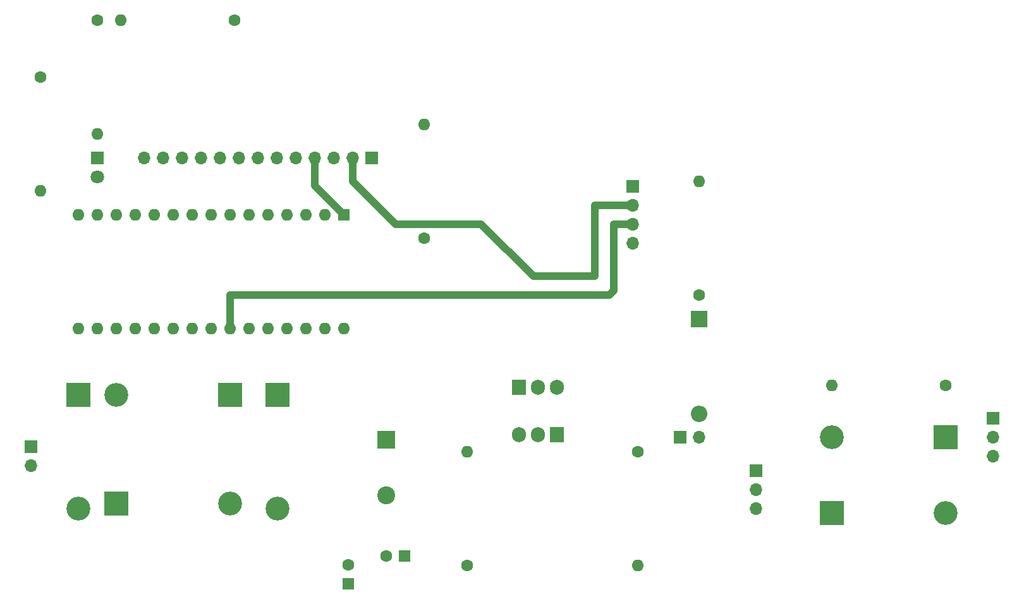
<source format=gbr>
%TF.GenerationSoftware,KiCad,Pcbnew,(6.0.5)*%
%TF.CreationDate,2022-12-29T23:16:15-04:00*%
%TF.ProjectId,Alimentation project,416c696d-656e-4746-9174-696f6e207072,rev?*%
%TF.SameCoordinates,Original*%
%TF.FileFunction,Copper,L2,Bot*%
%TF.FilePolarity,Positive*%
%FSLAX46Y46*%
G04 Gerber Fmt 4.6, Leading zero omitted, Abs format (unit mm)*
G04 Created by KiCad (PCBNEW (6.0.5)) date 2022-12-29 23:16:15*
%MOMM*%
%LPD*%
G01*
G04 APERTURE LIST*
%TA.AperFunction,ComponentPad*%
%ADD10R,1.700000X1.700000*%
%TD*%
%TA.AperFunction,ComponentPad*%
%ADD11O,1.700000X1.700000*%
%TD*%
%TA.AperFunction,ComponentPad*%
%ADD12R,1.905000X2.000000*%
%TD*%
%TA.AperFunction,ComponentPad*%
%ADD13O,1.905000X2.000000*%
%TD*%
%TA.AperFunction,ComponentPad*%
%ADD14R,3.200000X3.200000*%
%TD*%
%TA.AperFunction,ComponentPad*%
%ADD15O,3.200000X3.200000*%
%TD*%
%TA.AperFunction,ComponentPad*%
%ADD16C,1.600000*%
%TD*%
%TA.AperFunction,ComponentPad*%
%ADD17O,1.600000X1.600000*%
%TD*%
%TA.AperFunction,ComponentPad*%
%ADD18R,2.200000X2.200000*%
%TD*%
%TA.AperFunction,ComponentPad*%
%ADD19O,2.200000X2.200000*%
%TD*%
%TA.AperFunction,ComponentPad*%
%ADD20R,2.400000X2.400000*%
%TD*%
%TA.AperFunction,ComponentPad*%
%ADD21C,2.400000*%
%TD*%
%TA.AperFunction,ComponentPad*%
%ADD22R,1.600000X1.600000*%
%TD*%
%TA.AperFunction,ComponentPad*%
%ADD23R,1.800000X1.800000*%
%TD*%
%TA.AperFunction,ComponentPad*%
%ADD24C,1.800000*%
%TD*%
%TA.AperFunction,Conductor*%
%ADD25C,1.000000*%
%TD*%
G04 APERTURE END LIST*
D10*
%TO.P,MES1,1,-*%
%TO.N,Net-(C3-Pad1)*%
X128270000Y-107950000D03*
D11*
%TO.P,MES1,2,+*%
%TO.N,Net-(D5-Pad2)*%
X130810000Y-107950000D03*
%TD*%
D10*
%TO.P,REF\u002A\u002A,1*%
%TO.N,Screen GND*%
X121920000Y-74295000D03*
D11*
%TO.P,REF\u002A\u002A,2*%
%TO.N,Screen Vcc*%
X121920000Y-76835000D03*
%TO.P,REF\u002A\u002A,3*%
%TO.N,Screen SCK*%
X121920000Y-79375000D03*
%TO.P,REF\u002A\u002A,4*%
%TO.N,Screen SDA*%
X121920000Y-81915000D03*
%TD*%
D12*
%TO.P,U1,1,IN*%
%TO.N,Net-(C1-Pad1)*%
X106680000Y-101275000D03*
D13*
%TO.P,U1,2,GND*%
%TO.N,Screen GND*%
X109220000Y-101275000D03*
%TO.P,U1,3,OUT*%
%TO.N,Screen Vcc*%
X111760000Y-101275000D03*
%TD*%
D10*
%TO.P,RV1,1,1*%
%TO.N,Net-(R2-Pad1)*%
X138430000Y-112410000D03*
D11*
%TO.P,RV1,2,2*%
%TO.N,Screen GND*%
X138430000Y-114950000D03*
%TO.P,RV1,3,3*%
X138430000Y-117490000D03*
%TD*%
D14*
%TO.P,D3,1,K*%
%TO.N,Transfor2*%
X52705000Y-116840000D03*
D15*
%TO.P,D3,2,A*%
%TO.N,Screen GND*%
X67945000Y-116840000D03*
%TD*%
D16*
%TO.P,R3,1*%
%TO.N,Net-(R3-Pad1)*%
X130810000Y-88900000D03*
D17*
%TO.P,R3,2*%
%TO.N,Net-(R3-Pad2)*%
X130810000Y-73660000D03*
%TD*%
D16*
%TO.P,R1,1*%
%TO.N,Net-(R1-Pad1)*%
X99695000Y-125095000D03*
D17*
%TO.P,R1,2*%
%TO.N,Net-(C3-Pad1)*%
X99695000Y-109855000D03*
%TD*%
D18*
%TO.P,D7,1,K*%
%TO.N,Net-(R3-Pad1)*%
X130810000Y-92075000D03*
D19*
%TO.P,D7,2,A*%
%TO.N,Net-(D5-Pad2)*%
X130810000Y-104775000D03*
%TD*%
D10*
%TO.P,REF\u002A\u002A,1*%
%TO.N,Screen GND*%
X86980000Y-70485000D03*
D11*
%TO.P,REF\u002A\u002A,2*%
%TO.N,Screen Vcc*%
X84440000Y-70485000D03*
%TO.P,REF\u002A\u002A,3*%
%TO.N,Display_0*%
X81900000Y-70485000D03*
%TO.P,REF\u002A\u002A,4*%
%TO.N,Display_1*%
X79360000Y-70485000D03*
%TO.P,REF\u002A\u002A,5*%
%TO.N,Display_2*%
X76820000Y-70485000D03*
%TO.P,REF\u002A\u002A,6*%
%TO.N,Display_3*%
X74280000Y-70485000D03*
%TO.P,REF\u002A\u002A,7*%
%TO.N,Display_4*%
X71740000Y-70485000D03*
%TO.P,REF\u002A\u002A,8*%
%TO.N,Display_5*%
X69200000Y-70485000D03*
%TO.P,REF\u002A\u002A,9*%
%TO.N,Display_6*%
X66660000Y-70485000D03*
%TO.P,REF\u002A\u002A,10*%
%TO.N,Display_7*%
X64120000Y-70485000D03*
%TO.P,REF\u002A\u002A,11*%
%TO.N,Display_8*%
X61580000Y-70485000D03*
%TO.P,REF\u002A\u002A,12*%
%TO.N,Display_9*%
X59040000Y-70485000D03*
%TO.P,REF\u002A\u002A,13*%
%TO.N,Display_10*%
X56500000Y-70485000D03*
%TD*%
D20*
%TO.P,C1,1*%
%TO.N,Net-(C1-Pad1)*%
X88900000Y-108247246D03*
D21*
%TO.P,C1,2*%
%TO.N,Screen GND*%
X88900000Y-115747246D03*
%TD*%
D16*
%TO.P,R8,1*%
%TO.N,Net-(A1-Pad20)*%
X50165000Y-52070000D03*
D17*
%TO.P,R8,2*%
%TO.N,Screen GND*%
X50165000Y-67310000D03*
%TD*%
D12*
%TO.P,U2,1,ADJ*%
%TO.N,Net-(R2-Pad1)*%
X111760000Y-107625000D03*
D13*
%TO.P,U2,2,VO*%
%TO.N,Net-(C3-Pad1)*%
X109220000Y-107625000D03*
%TO.P,U2,3,VI*%
%TO.N,Net-(C1-Pad1)*%
X106680000Y-107625000D03*
%TD*%
D22*
%TO.P,C2,1*%
%TO.N,Net-(C1-Pad1)*%
X91375113Y-123825000D03*
D16*
%TO.P,C2,2*%
%TO.N,Screen GND*%
X88875113Y-123825000D03*
%TD*%
D14*
%TO.P,D1,1,K*%
%TO.N,Transfor1*%
X47625000Y-102235000D03*
D15*
%TO.P,D1,2,A*%
%TO.N,Screen GND*%
X47625000Y-117475000D03*
%TD*%
D22*
%TO.P,C3,1*%
%TO.N,Net-(C3-Pad1)*%
X83820000Y-127570113D03*
D16*
%TO.P,C3,2*%
%TO.N,Screen GND*%
X83820000Y-125070113D03*
%TD*%
D22*
%TO.P,A1,1,D1/TX*%
%TO.N,Display_1*%
X83185000Y-78115000D03*
D17*
%TO.P,A1,2,D0/RX*%
%TO.N,Display_0*%
X80645000Y-78115000D03*
%TO.P,A1,3,~{RESET}*%
%TO.N,unconnected-(A1-Pad3)*%
X78105000Y-78115000D03*
%TO.P,A1,4,GND*%
%TO.N,Screen GND*%
X75565000Y-78115000D03*
%TO.P,A1,5,D2*%
%TO.N,Display_2*%
X73025000Y-78115000D03*
%TO.P,A1,6,D3*%
%TO.N,Display_3*%
X70485000Y-78115000D03*
%TO.P,A1,7,D4*%
%TO.N,Display_4*%
X67945000Y-78115000D03*
%TO.P,A1,8,D5*%
%TO.N,Display_5*%
X65405000Y-78115000D03*
%TO.P,A1,9,D6*%
%TO.N,Display_6*%
X62865000Y-78115000D03*
%TO.P,A1,10,D7*%
%TO.N,Display_7*%
X60325000Y-78115000D03*
%TO.P,A1,11,D8*%
%TO.N,Display_8*%
X57785000Y-78115000D03*
%TO.P,A1,12,D9*%
%TO.N,Display_9*%
X55245000Y-78115000D03*
%TO.P,A1,13,D10*%
%TO.N,Display_10*%
X52705000Y-78115000D03*
%TO.P,A1,14,D11*%
%TO.N,Net-(A1-Pad14)*%
X50165000Y-78115000D03*
%TO.P,A1,15,D12*%
%TO.N,unconnected-(A1-Pad15)*%
X47625000Y-78115000D03*
%TO.P,A1,16,D13*%
%TO.N,unconnected-(A1-Pad16)*%
X47625000Y-93355000D03*
%TO.P,A1,17,3V3*%
%TO.N,unconnected-(A1-Pad17)*%
X50165000Y-93355000D03*
%TO.P,A1,18,AREF*%
%TO.N,unconnected-(A1-Pad18)*%
X52705000Y-93355000D03*
%TO.P,A1,19,A0*%
%TO.N,Net-(A1-Pad19)*%
X55245000Y-93355000D03*
%TO.P,A1,20,A1*%
%TO.N,Net-(A1-Pad20)*%
X57785000Y-93355000D03*
%TO.P,A1,21,A2*%
%TO.N,unconnected-(A1-Pad21)*%
X60325000Y-93355000D03*
%TO.P,A1,22,A3*%
%TO.N,unconnected-(A1-Pad22)*%
X62865000Y-93355000D03*
%TO.P,A1,23,A4*%
%TO.N,Screen SDA*%
X65405000Y-93355000D03*
%TO.P,A1,24,A5*%
%TO.N,Screen SCK*%
X67945000Y-93355000D03*
%TO.P,A1,25,A6*%
%TO.N,unconnected-(A1-Pad25)*%
X70485000Y-93355000D03*
%TO.P,A1,26,A7*%
%TO.N,unconnected-(A1-Pad26)*%
X73025000Y-93355000D03*
%TO.P,A1,27,+5V*%
%TO.N,unconnected-(A1-Pad27)*%
X75565000Y-93355000D03*
%TO.P,A1,28,~{RESET}*%
%TO.N,unconnected-(A1-Pad28)*%
X78105000Y-93355000D03*
%TO.P,A1,29,GND*%
%TO.N,Screen GND*%
X80645000Y-93355000D03*
%TO.P,A1,30,VIN*%
%TO.N,Screen Vcc*%
X83185000Y-93355000D03*
%TD*%
D14*
%TO.P,D2,1,K*%
%TO.N,Net-(D2-Pad1)*%
X67945000Y-102235000D03*
D15*
%TO.P,D2,2,A*%
%TO.N,Transfor1*%
X52705000Y-102235000D03*
%TD*%
D16*
%TO.P,R7,1*%
%TO.N,Net-(R6-Pad2)*%
X68580000Y-52070000D03*
D17*
%TO.P,R7,2*%
%TO.N,Net-(A1-Pad20)*%
X53340000Y-52070000D03*
%TD*%
D10*
%TO.P,REF\u002A\u002A,1*%
%TO.N,Sortie sonde*%
X170180000Y-105410000D03*
D11*
%TO.P,REF\u002A\u002A,2*%
%TO.N,Sortie +*%
X170180000Y-107950000D03*
%TO.P,REF\u002A\u002A,3*%
%TO.N,Sortie -*%
X170180000Y-110490000D03*
%TD*%
D16*
%TO.P,R2,1*%
%TO.N,Net-(R2-Pad1)*%
X122555000Y-109855000D03*
D17*
%TO.P,R2,2*%
%TO.N,Net-(R1-Pad1)*%
X122555000Y-125095000D03*
%TD*%
D16*
%TO.P,R6,1*%
%TO.N,Sortie sonde*%
X163830000Y-100965000D03*
D17*
%TO.P,R6,2*%
%TO.N,Net-(R6-Pad2)*%
X148590000Y-100965000D03*
%TD*%
D14*
%TO.P,D5,1,K*%
%TO.N,Sortie +*%
X163830000Y-107950000D03*
D15*
%TO.P,D5,2,A*%
%TO.N,Net-(D5-Pad2)*%
X148590000Y-107950000D03*
%TD*%
D14*
%TO.P,D6,1,K*%
%TO.N,Screen GND*%
X148590000Y-118110000D03*
D15*
%TO.P,D6,2,A*%
%TO.N,Sortie -*%
X163830000Y-118110000D03*
%TD*%
D14*
%TO.P,D4,1,K*%
%TO.N,Net-(D2-Pad1)*%
X74295000Y-102235000D03*
D15*
%TO.P,D4,2,A*%
%TO.N,Transfor2*%
X74295000Y-117475000D03*
%TD*%
D23*
%TO.P,D8,1,K*%
%TO.N,Screen GND*%
X50165000Y-70485000D03*
D24*
%TO.P,D8,2,A*%
%TO.N,Net-(A1-Pad14)*%
X50165000Y-73025000D03*
%TD*%
D16*
%TO.P,R4,1*%
%TO.N,Net-(A1-Pad19)*%
X93980000Y-81280000D03*
D17*
%TO.P,R4,2*%
%TO.N,Screen GND*%
X93980000Y-66040000D03*
%TD*%
D10*
%TO.P,REF\u002A\u002A,1*%
%TO.N,Transfor1*%
X41275000Y-109220000D03*
D11*
%TO.P,REF\u002A\u002A,2*%
%TO.N,Transfor2*%
X41275000Y-111760000D03*
%TD*%
D16*
%TO.P,R5,1*%
%TO.N,Net-(R3-Pad2)*%
X42545000Y-59690000D03*
D17*
%TO.P,R5,2*%
%TO.N,Net-(A1-Pad19)*%
X42545000Y-74930000D03*
%TD*%
D25*
%TO.N,Display_1*%
X79360000Y-70485000D02*
X79360000Y-74290000D01*
X79360000Y-74290000D02*
X83185000Y-78115000D01*
%TO.N,Screen SCK*%
X67945000Y-88900000D02*
X118745000Y-88900000D01*
X67945000Y-93355000D02*
X67945000Y-88900000D01*
X118745000Y-88900000D02*
X119380000Y-88265000D01*
X119380000Y-79375000D02*
X121920000Y-79375000D01*
X119380000Y-88265000D02*
X119380000Y-79375000D01*
%TO.N,Screen Vcc*%
X84440000Y-70485000D02*
X84440000Y-73645000D01*
X116840000Y-76835000D02*
X121920000Y-76835000D01*
X90170000Y-79375000D02*
X101600000Y-79375000D01*
X116840000Y-86360000D02*
X116840000Y-76835000D01*
X84440000Y-73645000D02*
X90170000Y-79375000D01*
X101600000Y-79375000D02*
X108585000Y-86360000D01*
X108585000Y-86360000D02*
X116840000Y-86360000D01*
%TD*%
M02*

</source>
